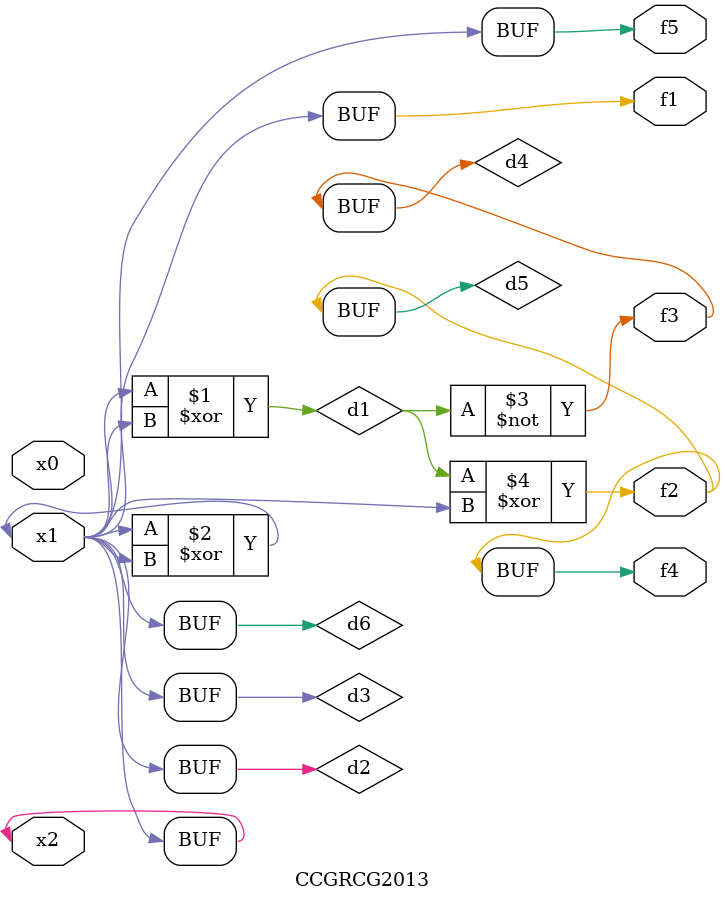
<source format=v>
module CCGRCG2013(
	input x0, x1, x2,
	output f1, f2, f3, f4, f5
);

	wire d1, d2, d3, d4, d5, d6;

	xor (d1, x1, x2);
	buf (d2, x1, x2);
	xor (d3, x1, x2);
	nor (d4, d1);
	xor (d5, d1, d2);
	buf (d6, d2, d3);
	assign f1 = d6;
	assign f2 = d5;
	assign f3 = d4;
	assign f4 = d5;
	assign f5 = d6;
endmodule

</source>
